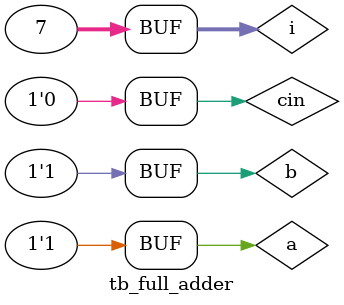
<source format=v>
`timescale 1ns/1ps


module tb_full_adder;
	reg a,b,cin;
	wire sum,carry;
	
	integer i;
	
	// DUT module instantiation
	full_adder DUT ( .a(a),.b(b),.cin(cin),.sum(sum),.carry(carry) );  
	
	initial begin
		a = 0;
		b = 0;
		cin = 0;
		#100;
		for(i=0;i<7;i=i+1) begin
			{a,b,cin} = i;
			#5;
		end
	end
	
	initial 
		$monitor( "%t : a,b,cin=%b%b%b and sum=%b,carry=%b",$time,a,b,cin,sum,carry );
		
	initial begin
		$dumpfile("dump.vcd");
		$dumpvars;
	end
		
endmodule
</source>
